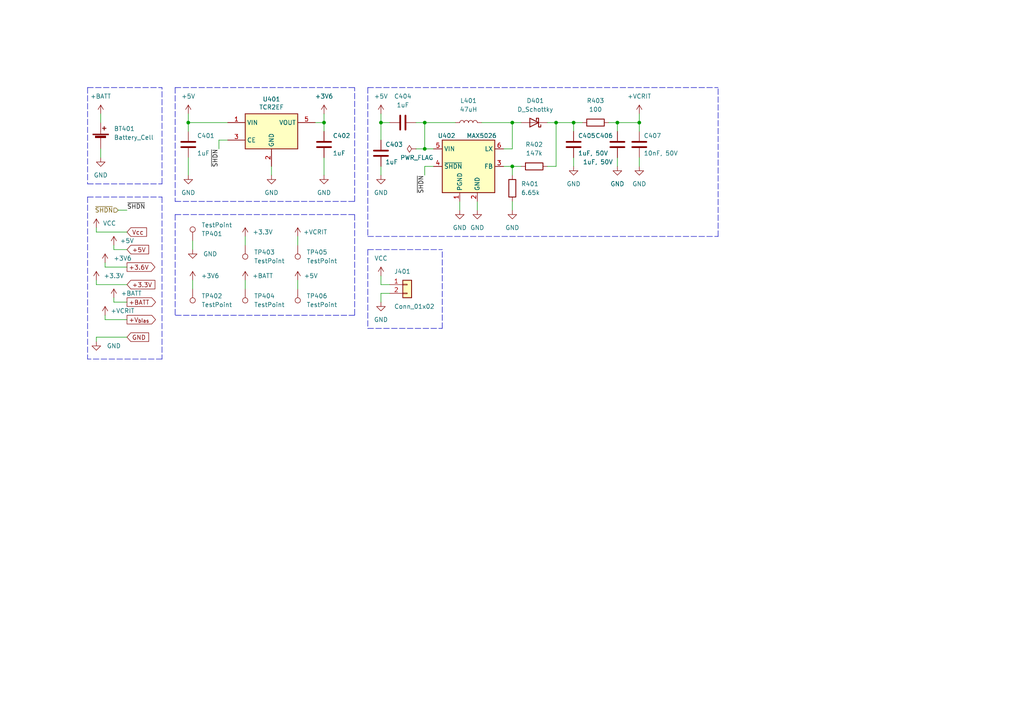
<source format=kicad_sch>
(kicad_sch (version 20211123) (generator eeschema)
  (paper "A4")
  (title_block (title "Power Circuitry") (date "2022-07-14") (rev "2.5") (comment 1 "The battery is only to be installed if no GPS module is present") (comment 2 "Vbias for the two SPiM diodes") (comment 3 "3.6V for operational amplifiers") (comment 4 "Manages power across the board"))
  (lib_symbols
    (symbol "Connector:TestPoint" (pin_numbers hide) (pin_names (offset 0.762) hide)
      (property "Reference" "TP" (at 0 6.858 0))
      (property "Value" "TestPoint" (at 0 5.08 0))
      (symbol "TestPoint_0_1"
        (circle (center 0 3.302) (radius 0.762))
      )
      (symbol "TestPoint_1_1"
        (pin passive line (at 0 0 90) (length 2.54) (name "1") (number "1"))
      )
    )
    (symbol "Connector_Generic:Conn_01x02" (pin_names (offset 1.016) hide)
      (property "Reference" "J" (at 0 2.54 0))
      (property "Value" "Conn_01x02" (at 0 -5.08 0))
      (symbol "Conn_01x02_1_1"
        (rectangle (start -1.27 -2.413) (end 0 -2.667) (stroke (width 0.1524)))
        (rectangle (start -1.27 0.127) (end 0 -0.127) (stroke (width 0.1524)))
        (rectangle (start -1.27 1.27) (end 1.27 -3.81) (stroke (width 0.254)) (fill (type background)))
        (pin passive line (at -5.08 0 0) (length 3.81) (name "Pin_1") (number "1"))
        (pin passive line (at -5.08 -2.54 0) (length 3.81) (name "Pin_2") (number "2"))
      )
    )
    (symbol "CosmicWatchPro:+3.6V" (power) (pin_names (offset 0))
      (property "Value" "+3.6V" (at 0 3.556 0))
      (symbol "+3.6V_0_1"
        (polyline (pts (xy -0.762 1.27) (xy 0 2.54)))
        (polyline (pts (xy 0 0) (xy 0 2.54)))
        (polyline (pts (xy 0 2.54) (xy 0.762 1.27)))
      )
      (symbol "+3.6V_1_1"
        (pin power_in line (at 0 0 90) (length 0) hide (name "+3V6") (number "1"))
      )
    )
    (symbol "CosmicWatchPro:+V_{bias}" (power) (pin_names (offset 0))
      (property "Value" "+V_{bias}" (at 0 3.556 0))
      (symbol "+V_{bias}_0_1"
        (polyline (pts (xy -0.762 1.27) (xy 0 2.54)))
        (polyline (pts (xy 0 0) (xy 0 2.54)))
        (polyline (pts (xy 0 2.54) (xy 0.762 1.27)))
      )
      (symbol "+V_{bias}_1_1"
        (pin power_in line (at 0 0 90) (length 0) hide (name "+VCRIT") (number "1"))
      )
    )
    (symbol "CosmicWatchPro:MAX5025"
      (property "Reference" "U" (at -7.62 8.89 0))
      (property "Value" "MAX5025" (at 7.62 8.89 0))
      (symbol "MAX5025_0_1"
        (rectangle (start -7.62 7.62) (end 7.62 -7.62) (stroke (width 0.254)) (fill (type background)))
      )
      (symbol "MAX5025_1_1"
        (pin power_in line (at -2.54 -10.16 90) (length 2.54) (name "PGND") (number "1"))
        (pin power_in line (at 2.54 -10.16 90) (length 2.54) (name "GND") (number "2"))
        (pin input line (at 10.16 0 180) (length 2.54) (name "FB") (number "3"))
        (pin input line (at -10.16 0 0) (length 2.54) (name "~{SHDN}") (number "4"))
        (pin power_in line (at -10.16 5.08 0) (length 2.54) (name "VIN") (number "5"))
        (pin output line (at 10.16 5.08 180) (length 2.54) (name "LX") (number "6"))
      )
    )
    (symbol "CosmicWatchPro:TCR2EF"
      (property "Reference" "U" (at 0 8.89 0))
      (property "Value" "TCR2EF" (at 0 6.35 0))
      (symbol "TCR2EF_0_1"
        (rectangle (start -7.62 5.08) (end 7.62 -5.08) (stroke (width 0.254)) (fill (type background)))
      )
      (symbol "TCR2EF_1_1"
        (pin power_in line (at -12.7 2.54 0) (length 5.08) (name "VIN") (number "1"))
        (pin power_in line (at 0 -10.16 90) (length 5.08) (name "GND") (number "2"))
        (pin input line (at -12.7 -2.54 0) (length 5.08) (name "CE") (number "3"))
        (pin no_connect line (at 7.62 -2.54 180) (length 5.08) hide (name "NC") (number "4"))
        (pin power_out line (at 12.7 2.54 180) (length 5.08) (name "VOUT") (number "5"))
      )
    )
    (symbol "Device:Battery_Cell" (pin_numbers hide) (pin_names (offset 0) hide)
      (property "Reference" "BT" (at 2.54 2.54 0))
      (property "Value" "Battery_Cell" (at 2.54 0 0))
      (symbol "Battery_Cell_0_1"
        (rectangle (start -2.286 1.778) (end 2.286 1.524) (fill (type outline)))
        (rectangle (start -1.5748 1.1938) (end 1.4732 0.6858) (fill (type outline)))
        (polyline (pts (xy 0 0.762) (xy 0 0)))
        (polyline (pts (xy 0 1.778) (xy 0 2.54)))
        (polyline (pts (xy 0.508 3.429) (xy 1.524 3.429)) (stroke (width 0.254)))
        (polyline (pts (xy 1.016 3.937) (xy 1.016 2.921)) (stroke (width 0.254)))
      )
      (symbol "Battery_Cell_1_1"
        (pin passive line (at 0 5.08 270) (length 2.54) (name "+") (number "1"))
        (pin passive line (at 0 -2.54 90) (length 2.54) (name "-") (number "2"))
      )
    )
    (symbol "Device:C" (pin_numbers hide) (pin_names (offset 0.254))
      (property "Reference" "C" (at 0.635 2.54 0))
      (property "Value" "C" (at 0.635 -2.54 0))
      (symbol "C_0_1"
        (polyline (pts (xy -2.032 -0.762) (xy 2.032 -0.762)) (stroke (width 0.508)))
        (polyline (pts (xy -2.032 0.762) (xy 2.032 0.762)) (stroke (width 0.508)))
      )
      (symbol "C_1_1"
        (pin passive line (at 0 3.81 270) (length 2.794) (name "~") (number "1"))
        (pin passive line (at 0 -3.81 90) (length 2.794) (name "~") (number "2"))
      )
    )
    (symbol "Device:D_Schottky" (pin_numbers hide) (pin_names (offset 1.016) hide)
      (property "Reference" "D" (at 0 2.54 0))
      (property "Value" "D_Schottky" (at 0 -2.54 0))
      (symbol "D_Schottky_0_1"
        (polyline (pts (xy 1.27 0) (xy -1.27 0)))
        (polyline (pts (xy 1.27 1.27) (xy 1.27 -1.27) (xy -1.27 0) (xy 1.27 1.27)) (stroke (width 0.254)))
        (polyline (pts (xy -1.905 0.635) (xy -1.905 1.27) (xy -1.27 1.27) (xy -1.27 -1.27) (xy -0.635 -1.27) (xy -0.635 -0.635)) (stroke (width 0.254)))
      )
      (symbol "D_Schottky_1_1"
        (pin passive line (at -3.81 0 0) (length 2.54) (name "K") (number "1"))
        (pin passive line (at 3.81 0 180) (length 2.54) (name "A") (number "2"))
      )
    )
    (symbol "Device:L" (pin_numbers hide) (pin_names (offset 1.016) hide)
      (property "Reference" "L" (at -1.27 0 90))
      (property "Value" "L" (at 1.905 0 90))
      (symbol "L_0_1"
        (arc (start 0 -2.54) (mid 0.635 -1.905) (end 0 -1.27))
        (arc (start 0 -1.27) (mid 0.635 -0.635) (end 0 0))
        (arc (start 0 0) (mid 0.635 0.635) (end 0 1.27))
        (arc (start 0 1.27) (mid 0.635 1.905) (end 0 2.54))
      )
      (symbol "L_1_1"
        (pin passive line (at 0 3.81 270) (length 1.27) (name "1") (number "1"))
        (pin passive line (at 0 -3.81 90) (length 1.27) (name "2") (number "2"))
      )
    )
    (symbol "Device:R" (pin_numbers hide) (pin_names (offset 0))
      (property "Reference" "R" (at 2.032 0 90))
      (property "Value" "R" (at 0 0 90))
      (symbol "R_0_1"
        (rectangle (start -1.016 -2.54) (end 1.016 2.54) (stroke (width 0.254)))
      )
      (symbol "R_1_1"
        (pin passive line (at 0 3.81 270) (length 1.27) (name "~") (number "1"))
        (pin passive line (at 0 -3.81 90) (length 1.27) (name "~") (number "2"))
      )
    )
    (symbol "power:+3.3V" (power) (pin_names (offset 0))
      (property "Value" "+3.3V" (at 0 3.556 0))
      (symbol "+3.3V_0_1"
        (polyline (pts (xy -0.762 1.27) (xy 0 2.54)))
        (polyline (pts (xy 0 0) (xy 0 2.54)))
        (polyline (pts (xy 0 2.54) (xy 0.762 1.27)))
      )
      (symbol "+3.3V_1_1"
        (pin power_in line (at 0 0 90) (length 0) hide (name "+3.3V") (number "1"))
      )
    )
    (symbol "power:+5V" (power) (pin_names (offset 0))
      (property "Value" "+5V" (at 0 3.556 0))
      (symbol "+5V_0_1"
        (polyline (pts (xy -0.762 1.27) (xy 0 2.54)))
        (polyline (pts (xy 0 0) (xy 0 2.54)))
        (polyline (pts (xy 0 2.54) (xy 0.762 1.27)))
      )
      (symbol "+5V_1_1"
        (pin power_in line (at 0 0 90) (length 0) hide (name "+5V") (number "1"))
      )
    )
    (symbol "power:+BATT" (power) (pin_names (offset 0))
      (property "Value" "+BATT" (at 0 3.556 0))
      (symbol "+BATT_0_1"
        (polyline (pts (xy -0.762 1.27) (xy 0 2.54)))
        (polyline (pts (xy 0 0) (xy 0 2.54)))
        (polyline (pts (xy 0 2.54) (xy 0.762 1.27)))
      )
      (symbol "+BATT_1_1"
        (pin power_in line (at 0 0 90) (length 0) hide (name "+BATT") (number "1"))
      )
    )
    (symbol "power:GND" (power) (pin_names (offset 0))
      (property "Value" "GND" (at 0 -3.81 0))
      (symbol "GND_0_1"
        (polyline (pts (xy 0 0) (xy 0 -1.27) (xy 1.27 -1.27) (xy 0 -2.54) (xy -1.27 -1.27) (xy 0 -1.27)))
      )
      (symbol "GND_1_1"
        (pin power_in line (at 0 0 270) (length 0) hide (name "GND") (number "1"))
      )
    )
    (symbol "power:PWR_FLAG" (power) (pin_numbers hide) (pin_names (offset 0) hide)
      (property "Value" "PWR_FLAG" (at 0 3.81 0))
      (symbol "PWR_FLAG_0_0"
        (pin power_out line (at 0 0 90) (length 0) (name "pwr") (number "1"))
      )
      (symbol "PWR_FLAG_0_1"
        (polyline (pts (xy 0 0) (xy 0 1.27) (xy -1.016 1.905) (xy 0 2.54) (xy 1.016 1.905) (xy 0 1.27)))
      )
    )
    (symbol "power:VCC" (power) (pin_names (offset 0))
      (property "Value" "VCC" (at 0 3.81 0))
      (symbol "VCC_0_1"
        (polyline (pts (xy -0.762 1.27) (xy 0 2.54)))
        (polyline (pts (xy 0 0) (xy 0 2.54)))
        (polyline (pts (xy 0 2.54) (xy 0.762 1.27)))
      )
      (symbol "VCC_1_1"
        (pin power_in line (at 0 0 90) (length 0) hide (name "VCC") (number "1"))
      )
    )
  )
  (junction (at 123.19 43.18))
  (junction (at 110.49 35.56))
  (junction (at 123.19 35.56))
  (junction (at 148.59 35.56))
  (junction (at 93.98 35.56))
  (junction (at 179.07 35.56))
  (junction (at 161.29 35.56))
  (junction (at 185.42 35.56))
  (junction (at 54.61 35.56))
  (junction (at 166.37 35.56))
  (junction (at 148.59 48.26))
  (wire (pts (xy 110.49 80.01) (xy 110.49 82.55)))
  (wire (pts (xy 179.07 35.56) (xy 179.07 38.1)))
  (wire (pts (xy 123.19 50.8) (xy 123.19 48.26)))
  (wire (pts (xy 158.75 35.56) (xy 161.29 35.56)))
  (wire (pts (xy 30.48 76.2) (xy 30.48 77.47)))
  (wire (pts (xy 34.29 60.96) (xy 36.83 60.96)))
  (polyline (pts (xy 102.87 62.23) (xy 102.87 91.44)))
  (wire (pts (xy 27.94 97.79) (xy 36.83 97.79)))
  (polyline (pts (xy 50.8 25.4) (xy 50.8 58.42)))
  (wire (pts (xy 161.29 35.56) (xy 161.29 48.26)))
  (polyline (pts (xy 25.4 57.15) (xy 25.4 104.14)))
  (wire (pts (xy 123.19 35.56) (xy 123.19 43.18)))
  (wire (pts (xy 78.74 48.26) (xy 78.74 50.8)))
  (wire (pts (xy 179.07 45.72) (xy 179.07 48.26)))
  (wire (pts (xy 30.48 77.47) (xy 36.83 77.47)))
  (wire (pts (xy 54.61 45.72) (xy 54.61 50.8)))
  (wire (pts (xy 148.59 48.26) (xy 148.59 50.8)))
  (wire (pts (xy 93.98 45.72) (xy 93.98 50.8)))
  (wire (pts (xy 146.05 48.26) (xy 148.59 48.26)))
  (wire (pts (xy 179.07 35.56) (xy 185.42 35.56)))
  (wire (pts (xy 54.61 35.56) (xy 66.04 35.56)))
  (wire (pts (xy 71.12 68.58) (xy 71.12 71.12)))
  (polyline (pts (xy 106.68 25.4) (xy 208.28 25.4)))
  (wire (pts (xy 176.53 35.56) (xy 179.07 35.56)))
  (polyline (pts (xy 50.8 62.23) (xy 102.87 62.23)))
  (wire (pts (xy 133.35 58.42) (xy 133.35 60.96)))
  (wire (pts (xy 123.19 48.26) (xy 125.73 48.26)))
  (wire (pts (xy 36.83 82.55) (xy 27.94 82.55)))
  (wire (pts (xy 55.88 72.39) (xy 55.88 69.85)))
  (wire (pts (xy 185.42 35.56) (xy 185.42 38.1)))
  (wire (pts (xy 54.61 35.56) (xy 54.61 38.1)))
  (polyline (pts (xy 102.87 58.42) (xy 102.87 25.4)))
  (wire (pts (xy 93.98 33.02) (xy 93.98 35.56)))
  (wire (pts (xy 161.29 48.26) (xy 158.75 48.26)))
  (polyline (pts (xy 106.68 68.58) (xy 208.28 68.58)))
  (polyline (pts (xy 50.8 58.42) (xy 102.87 58.42)))
  (wire (pts (xy 33.02 87.63) (xy 36.83 87.63)))
  (wire (pts (xy 55.88 81.28) (xy 55.88 83.82)))
  (polyline (pts (xy 50.8 25.4) (xy 102.87 25.4)))
  (wire (pts (xy 166.37 35.56) (xy 168.91 35.56)))
  (wire (pts (xy 54.61 33.02) (xy 54.61 35.56)))
  (polyline (pts (xy 106.68 25.4) (xy 106.68 68.58)))
  (wire (pts (xy 33.02 71.12) (xy 33.02 72.39)))
  (wire (pts (xy 30.48 92.71) (xy 30.48 91.44)))
  (polyline (pts (xy 25.4 25.4) (xy 46.99 25.4)))
  (polyline (pts (xy 106.68 72.39) (xy 106.68 95.25)))
  (polyline (pts (xy 106.68 95.25) (xy 128.27 95.25)))
  (wire (pts (xy 36.83 92.71) (xy 30.48 92.71)))
  (wire (pts (xy 63.5 40.64) (xy 66.04 40.64)))
  (polyline (pts (xy 50.8 62.23) (xy 50.8 91.44)))
  (wire (pts (xy 33.02 86.36) (xy 33.02 87.63)))
  (wire (pts (xy 110.49 35.56) (xy 113.03 35.56)))
  (polyline (pts (xy 25.4 53.34) (xy 46.99 53.34)))
  (wire (pts (xy 148.59 35.56) (xy 151.13 35.56)))
  (polyline (pts (xy 46.99 104.14) (xy 25.4 104.14)))
  (polyline (pts (xy 25.4 57.15) (xy 46.99 57.15)))
  (wire (pts (xy 29.21 43.18) (xy 29.21 45.72)))
  (polyline (pts (xy 208.28 68.58) (xy 208.28 25.4)))
  (wire (pts (xy 185.42 33.02) (xy 185.42 35.56)))
  (wire (pts (xy 148.59 43.18) (xy 146.05 43.18)))
  (wire (pts (xy 110.49 48.26) (xy 110.49 50.8)))
  (wire (pts (xy 166.37 35.56) (xy 166.37 38.1)))
  (polyline (pts (xy 46.99 53.34) (xy 46.99 25.4)))
  (wire (pts (xy 86.36 68.58) (xy 86.36 71.12)))
  (wire (pts (xy 148.59 58.42) (xy 148.59 60.96)))
  (wire (pts (xy 110.49 85.09) (xy 110.49 87.63)))
  (polyline (pts (xy 102.87 91.44) (xy 50.8 91.44)))
  (wire (pts (xy 71.12 81.28) (xy 71.12 83.82)))
  (wire (pts (xy 91.44 35.56) (xy 93.98 35.56)))
  (wire (pts (xy 110.49 85.09) (xy 113.03 85.09)))
  (polyline (pts (xy 128.27 95.25) (xy 128.27 72.39)))
  (wire (pts (xy 123.19 43.18) (xy 125.73 43.18)))
  (wire (pts (xy 161.29 35.56) (xy 166.37 35.56)))
  (wire (pts (xy 86.36 81.28) (xy 86.36 83.82)))
  (polyline (pts (xy 25.4 25.4) (xy 25.4 53.34)))
  (wire (pts (xy 93.98 35.56) (xy 93.98 38.1)))
  (wire (pts (xy 110.49 82.55) (xy 113.03 82.55)))
  (wire (pts (xy 148.59 48.26) (xy 151.13 48.26)))
  (polyline (pts (xy 46.99 57.15) (xy 46.99 104.14)))
  (wire (pts (xy 63.5 43.18) (xy 63.5 40.64)))
  (wire (pts (xy 27.94 82.55) (xy 27.94 81.28)))
  (wire (pts (xy 123.19 35.56) (xy 132.08 35.56)))
  (wire (pts (xy 29.21 33.02) (xy 29.21 35.56)))
  (wire (pts (xy 120.65 43.18) (xy 123.19 43.18)))
  (wire (pts (xy 110.49 33.02) (xy 110.49 35.56)))
  (wire (pts (xy 27.94 99.06) (xy 27.94 97.79)))
  (wire (pts (xy 185.42 45.72) (xy 185.42 48.26)))
  (wire (pts (xy 33.02 72.39) (xy 36.83 72.39)))
  (wire (pts (xy 120.65 35.56) (xy 123.19 35.56)))
  (wire (pts (xy 139.7 35.56) (xy 148.59 35.56)))
  (wire (pts (xy 166.37 45.72) (xy 166.37 48.26)))
  (wire (pts (xy 148.59 35.56) (xy 148.59 43.18)))
  (polyline (pts (xy 106.68 72.39) (xy 128.27 72.39)))
  (wire (pts (xy 138.43 58.42) (xy 138.43 60.96)))
  (wire (pts (xy 27.94 67.31) (xy 27.94 66.04)))
  (wire (pts (xy 36.83 67.31) (xy 27.94 67.31)))
  (wire (pts (xy 110.49 35.56) (xy 110.49 40.64)))
  (label "~{SHDN}" (at 123.19 50.8 270))
  (label "~{SHDN}" (at 63.5 43.18 270))
  (label "~{SHDN}" (at 36.83 60.96 0))
  (global_label "+BATT" (shape output) (at 36.83 87.63 0) (property "Intersheet References" "${INTERSHEET_REFS}" (effects hide)))
  (global_label "Vcc" (shape input) (at 36.83 67.31 0) (property "Intersheet References" "${INTERSHEET_REFS}" (effects hide)))
  (global_label "+V_{bias}" (shape output) (at 36.83 92.71 0) (property "Intersheet References" "${INTERSHEET_REFS}" (effects hide)))
  (global_label "+3.3V" (shape input) (at 36.83 82.55 0) (property "Intersheet References" "${INTERSHEET_REFS}" (effects hide)))
  (global_label "GND" (shape input) (at 36.83 97.79 0) (property "Intersheet References" "${INTERSHEET_REFS}" (effects hide)))
  (global_label "+3.6V" (shape output) (at 36.83 77.47 0) (property "Intersheet References" "${INTERSHEET_REFS}" (effects hide)))
  (global_label "+5V" (shape input) (at 36.83 72.39 0) (property "Intersheet References" "${INTERSHEET_REFS}" (effects hide)))
  (hierarchical_label "~{SHDN}" (shape input) (at 34.29 60.96 180))
  (symbol (lib_id "Device:R") (at 172.72 35.56 90) (unit 1)
    (property "Reference" "R403" (at 172.72 29.21 90))
    (property "Value" "100" (at 172.72 31.75 90))
    (property "Footprint" "Resistor_SMD:R_0805_2012Metric_Pad1.20x1.40mm_HandSolder" (effects hide))
    (property "LCSC" "C17408" (effects hide))
  )
  (symbol (lib_id "Device:C") (at 93.98 41.91 0) (unit 1)
    (property "Reference" "C402" (at 96.52 39.37 0) (effects (justify left)))
    (property "Value" "1uF" (at 96.52 44.45 0) (effects (justify left)))
    (property "Footprint" "Capacitor_SMD:C_0805_2012Metric_Pad1.18x1.45mm_HandSolder" (effects hide))
    (property "LCSC" "C89190" (effects hide))
  )
  (symbol (lib_id "power:GND") (at 55.88 72.39 0) (unit 1)
    (property "Reference" "#PWR0411" (effects hide))
    (property "Value" "GND" (at 60.96 73.66 0))
  )
  (symbol (lib_id "power:VCC") (at 27.94 66.04 0) (unit 1)
    (property "Reference" "#PWR0429" (effects hide))
    (property "Value" "VCC" (at 31.75 64.77 0))
  )
  (symbol (lib_id "Connector:TestPoint") (at 55.88 83.82 180) (unit 1)
    (property "Reference" "TP402" (at 58.42 85.8519 0) (effects (justify right)))
    (property "Value" "TestPoint" (at 58.42 88.3919 0) (effects (justify right)))
    (property "Footprint" "TestPoint:TestPoint_Pad_D2.0mm" (effects hide))
  )
  (symbol (lib_id "power:GND") (at 27.94 99.06 0) (unit 1)
    (property "Reference" "#PWR0402" (effects hide))
    (property "Value" "GND" (at 33.02 100.33 0))
  )
  (symbol (lib_id "CosmicWatchPro:+3.6V") (at 55.88 81.28 0) (unit 1)
    (property "Reference" "#PWR0412" (effects hide))
    (property "Value" "+3.6V" (at 60.96 80.01 0))
  )
  (symbol (lib_id "CosmicWatchPro:+V_{bias}") (at 86.36 68.58 0) (unit 1)
    (property "Reference" "#PWR0416" (effects hide))
    (property "Value" "+V_{bias}" (at 91.44 67.31 0))
  )
  (symbol (lib_id "Device:C") (at 166.37 41.91 0) (unit 1)
    (property "Reference" "C405" (at 167.64 39.37 0) (effects (justify left)))
    (property "Value" "1uF, 50V" (at 167.64 44.45 0) (effects (justify left)))
    (property "Footprint" "Capacitor_SMD:C_0805_2012Metric_Pad1.18x1.45mm_HandSolder" (effects hide))
    (property "LCSC" "C111768" (effects hide))
  )
  (symbol (lib_id "Device:C") (at 116.84 35.56 90) (unit 1)
    (property "Reference" "C404" (at 116.84 27.94 90))
    (property "Value" "1uF" (at 116.84 30.48 90))
    (property "Footprint" "Capacitor_SMD:C_0805_2012Metric_Pad1.18x1.45mm_HandSolder" (effects hide))
    (property "LCSC" "C89190" (effects hide))
  )
  (symbol (lib_id "power:+BATT") (at 71.12 81.28 0) (unit 1)
    (property "Reference" "#PWR0414" (effects hide))
    (property "Value" "+BATT" (at 76.2 80.01 0))
  )
  (symbol (lib_id "power:GND") (at 78.74 50.8 0) (unit 1)
    (property "Reference" "#PWR0415" (effects hide))
    (property "Value" "GND" (at 78.74 55.88 0))
  )
  (symbol (lib_id "CosmicWatchPro:MAX5025") (at 135.89 48.26 0) (unit 1)
    (property "Reference" "U402" (at 129.54 39.37 0))
    (property "Value" "MAX5026" (at 139.7 39.37 0))
    (property "Footprint" "Package_TO_SOT_SMD:TSOT-23-6_HandSoldering" (effects hide))
    (property "Datasheet" "https://datasheets.maximintegrated.com/en/ds/MAX5025-MAX5028.pdf" (effects hide))
    (property "LCSC" "C87603" (effects hide))
  )
  (symbol (lib_id "Device:C") (at 179.07 41.91 0) (mirror y) (unit 1)
    (property "Reference" "C406" (at 177.8 39.37 0) (effects (justify left)))
    (property "Value" "1uF, 50V" (at 177.8 46.99 0) (effects (justify left)))
    (property "Footprint" "Capacitor_SMD:C_0805_2012Metric_Pad1.18x1.45mm_HandSolder" (effects hide))
    (property "LCSC" "C111768" (effects hide))
  )
  (symbol (lib_id "power:GND") (at 179.07 48.26 0) (unit 1)
    (property "Reference" "#PWR0426" (effects hide))
    (property "Value" "GND" (at 179.07 53.34 0))
  )
  (symbol (lib_id "power:GND") (at 138.43 60.96 0) (unit 1)
    (property "Reference" "#PWR0423" (effects hide))
    (property "Value" "GND" (at 138.43 66.04 0))
  )
  (symbol (lib_id "Connector:TestPoint") (at 86.36 71.12 180) (unit 1)
    (property "Reference" "TP405" (at 88.9 73.1519 0) (effects (justify right)))
    (property "Value" "TestPoint" (at 88.9 75.6919 0) (effects (justify right)))
    (property "Footprint" "TestPoint:TestPoint_Pad_D2.0mm" (effects hide))
  )
  (symbol (lib_id "Device:R") (at 148.59 54.61 180) (unit 1)
    (property "Reference" "R401" (at 151.13 53.3399 0) (effects (justify right)))
    (property "Value" "6.65k" (at 151.13 55.8799 0) (effects (justify right)))
    (property "Footprint" "Resistor_SMD:R_0805_2012Metric_Pad1.20x1.40mm_HandSolder" (effects hide))
    (property "LCSC" "C17770" (effects hide))
  )
  (symbol (lib_id "power:GND") (at 110.49 87.63 0) (unit 1)
    (property "Reference" "#PWR0431" (effects hide))
    (property "Value" "GND" (at 110.49 92.71 0))
  )
  (symbol (lib_id "power:+BATT") (at 33.02 86.36 0) (unit 1)
    (property "Reference" "#PWR0408" (effects hide))
    (property "Value" "+BATT" (at 38.1 85.09 0))
  )
  (symbol (lib_id "power:GND") (at 133.35 60.96 0) (unit 1)
    (property "Reference" "#PWR0422" (effects hide))
    (property "Value" "GND" (at 133.35 66.04 0))
  )
  (symbol (lib_id "power:GND") (at 54.61 50.8 0) (unit 1)
    (property "Reference" "#PWR0410" (effects hide))
    (property "Value" "GND" (at 54.61 55.88 0))
  )
  (symbol (lib_id "power:GND") (at 110.49 50.8 0) (unit 1)
    (property "Reference" "#PWR0421" (effects hide))
    (property "Value" "GND" (at 110.49 55.88 0))
  )
  (symbol (lib_id "CosmicWatchPro:+V_{bias}") (at 30.48 91.44 0) (unit 1)
    (property "Reference" "#PWR0406" (effects hide))
    (property "Value" "+V_{bias}" (at 35.56 90.17 0))
  )
  (symbol (lib_id "Device:R") (at 154.94 48.26 90) (unit 1)
    (property "Reference" "R402" (at 154.94 41.91 90))
    (property "Value" "147k" (at 154.94 44.45 90))
    (property "Footprint" "Resistor_SMD:R_0805_2012Metric_Pad1.20x1.40mm_HandSolder" (effects hide))
    (property "LCSC" "C17462" (effects hide))
  )
  (symbol (lib_id "Device:C") (at 54.61 41.91 0) (unit 1)
    (property "Reference" "C401" (at 57.15 39.37 0) (effects (justify left)))
    (property "Value" "1uF" (at 57.15 44.45 0) (effects (justify left)))
    (property "Footprint" "Capacitor_SMD:C_0805_2012Metric_Pad1.18x1.45mm_HandSolder" (effects hide))
    (property "LCSC" "C89190" (effects hide))
  )
  (symbol (lib_id "Connector:TestPoint") (at 71.12 83.82 180) (unit 1)
    (property "Reference" "TP404" (at 73.66 85.8519 0) (effects (justify right)))
    (property "Value" "TestPoint" (at 73.66 88.3919 0) (effects (justify right)))
    (property "Footprint" "TestPoint:TestPoint_Pad_D2.0mm" (effects hide))
  )
  (symbol (lib_id "power:GND") (at 166.37 48.26 0) (unit 1)
    (property "Reference" "#PWR0425" (effects hide))
    (property "Value" "GND" (at 166.37 53.34 0))
  )
  (symbol (lib_id "power:VCC") (at 110.49 80.01 0) (unit 1)
    (property "Reference" "#PWR0430" (effects hide))
    (property "Value" "VCC" (at 110.49 74.93 0))
  )
  (symbol (lib_id "Connector:TestPoint") (at 71.12 71.12 180) (unit 1)
    (property "Reference" "TP403" (at 73.66 73.1519 0) (effects (justify right)))
    (property "Value" "TestPoint" (at 73.66 75.6919 0) (effects (justify right)))
    (property "Footprint" "TestPoint:TestPoint_Pad_D2.0mm" (effects hide))
  )
  (symbol (lib_id "CosmicWatchPro:TCR2EF") (at 78.74 38.1 0) (unit 1)
    (property "Reference" "U401" (at 78.74 28.7782 0))
    (property "Value" "TCR2EF" (at 78.74 31.0896 0))
    (property "Footprint" "Package_TO_SOT_SMD:SOT-23-5_HandSoldering" (effects hide))
    (property "Datasheet" "https://www.torexsemi.com/file/xc6220/XC6220.pdf" (effects hide))
  )
  (symbol (lib_id "power:GND") (at 29.21 45.72 0) (unit 1)
    (property "Reference" "#PWR0404" (effects hide))
    (property "Value" "GND" (at 29.21 50.8 0))
  )
  (symbol (lib_id "power:+5V") (at 110.49 33.02 0) (unit 1)
    (property "Reference" "#PWR0420" (effects hide))
    (property "Value" "+5V" (at 110.49 27.94 0))
  )
  (symbol (lib_id "power:GND") (at 93.98 50.8 0) (unit 1)
    (property "Reference" "#PWR0419" (effects hide))
    (property "Value" "GND" (at 93.98 55.88 0))
  )
  (symbol (lib_id "Connector:TestPoint") (at 55.88 69.85 0) (mirror y) (unit 1)
    (property "Reference" "TP401" (at 58.42 67.8181 0) (effects (justify right)))
    (property "Value" "TestPoint" (at 58.42 65.2781 0) (effects (justify right)))
    (property "Footprint" "TestPoint:TestPoint_Pad_3.0x3.0mm" (effects hide))
  )
  (symbol (lib_id "Connector:TestPoint") (at 86.36 83.82 180) (unit 1)
    (property "Reference" "TP406" (at 88.9 85.8519 0) (effects (justify right)))
    (property "Value" "TestPoint" (at 88.9 88.3919 0) (effects (justify right)))
    (property "Footprint" "TestPoint:TestPoint_Pad_D2.0mm" (effects hide))
  )
  (symbol (lib_id "Device:C") (at 110.49 44.45 0) (unit 1)
    (property "Reference" "C403" (at 111.76 41.91 0) (effects (justify left)))
    (property "Value" "1uF" (at 111.76 46.99 0) (effects (justify left)))
    (property "Footprint" "Capacitor_SMD:C_0805_2012Metric_Pad1.18x1.45mm_HandSolder" (effects hide))
    (property "LCSC" "C89190" (effects hide))
  )
  (symbol (lib_id "power:+3.3V") (at 71.12 68.58 0) (unit 1)
    (property "Reference" "#PWR0413" (effects hide))
    (property "Value" "+3.3V" (at 76.2 67.31 0))
  )
  (symbol (lib_id "power:+5V") (at 54.61 33.02 0) (unit 1)
    (property "Reference" "#PWR0409" (effects hide))
    (property "Value" "+5V" (at 54.61 27.94 0))
  )
  (symbol (lib_id "Device:L") (at 135.89 35.56 90) (unit 1)
    (property "Reference" "L401" (at 135.89 29.21 90))
    (property "Value" "47uH" (at 135.89 31.75 90))
    (property "Footprint" "Inductor_SMD:L_1210_3225Metric_Pad1.42x2.65mm_HandSolder" (effects hide))
    (property "LCSC" "C113070" (effects hide))
  )
  (symbol (lib_id "power:GND") (at 185.42 48.26 0) (unit 1)
    (property "Reference" "#PWR0428" (effects hide))
    (property "Value" "GND" (at 185.42 53.34 0))
  )
  (symbol (lib_id "Device:D_Schottky") (at 154.94 35.56 180) (unit 1)
    (property "Reference" "D401" (at 155.2575 29.21 0))
    (property "Value" "D_Schottky" (at 155.2575 31.75 0))
    (property "Footprint" "Diode_SMD:D_SOD-123" (effects hide))
    (property "LCSC" "C1884550" (effects hide))
  )
  (symbol (lib_id "power:+3.3V") (at 27.94 81.28 0) (unit 1)
    (property "Reference" "#PWR0401" (effects hide))
    (property "Value" "+3.3V" (at 33.02 80.01 0))
  )
  (symbol (lib_id "power:+BATT") (at 29.21 33.02 0) (unit 1)
    (property "Reference" "#PWR0403" (effects hide))
    (property "Value" "+BATT" (at 29.21 27.94 0))
  )
  (symbol (lib_id "CosmicWatchPro:+V_{bias}") (at 185.42 33.02 0) (unit 1)
    (property "Reference" "#PWR0427" (effects hide))
    (property "Value" "+V_{bias}" (at 185.42 27.94 0))
  )
  (symbol (lib_id "power:PWR_FLAG") (at 120.65 43.18 90) (unit 1)
    (property "Reference" "#FLG0401" (effects hide))
    (property "Value" "PWR_FLAG" (at 125.73 45.72 90) (effects (justify left)))
  )
  (symbol (lib_id "power:GND") (at 148.59 60.96 0) (unit 1)
    (property "Reference" "#PWR0424" (effects hide))
    (property "Value" "GND" (at 148.59 66.04 0))
  )
  (symbol (lib_id "CosmicWatchPro:+3.6V") (at 93.98 33.02 0) (unit 1)
    (property "Reference" "#PWR0418" (effects hide))
    (property "Value" "+3.6V" (at 93.98 27.94 0))
  )
  (symbol (lib_id "power:+5V") (at 33.02 71.12 0) (unit 1)
    (property "Reference" "#PWR0407" (effects hide))
    (property "Value" "+5V" (at 36.83 69.85 0))
  )
  (symbol (lib_id "Device:Battery_Cell") (at 29.21 40.64 0) (unit 1)
    (property "Reference" "BT401" (at 33.02 37.3379 0) (effects (justify left)))
    (property "Value" "Battery_Cell" (at 33.02 39.8779 0) (effects (justify left)))
    (property "Footprint" "Connector_Molex:Molex_PicoBlade_53047-0210_1x02_P1.25mm_Vertical" (effects hide))
    (property "LCSC" "C518987" (effects hide))
  )
  (symbol (lib_id "power:+5V") (at 86.36 81.28 0) (unit 1)
    (property "Reference" "#PWR0417" (effects hide))
    (property "Value" "+5V" (at 90.17 80.01 0))
  )
  (symbol (lib_id "Connector_Generic:Conn_01x02") (at 118.11 82.55 0) (unit 1)
    (property "Reference" "J401" (at 114.3 78.74 0) (effects (justify left)))
    (property "Value" "Conn_01x02" (at 114.3 88.9 0) (effects (justify left)))
    (property "Footprint" "Connector_JST:JST_PH_B2B-PH-K_1x02_P2.00mm_Vertical" (effects hide))
    (property "LCSC" "C225240" (effects hide))
  )
  (symbol (lib_id "Device:C") (at 185.42 41.91 0) (unit 1)
    (property "Reference" "C407" (at 186.69 39.37 0) (effects (justify left)))
    (property "Value" "10nF, 50V" (at 186.69 44.45 0) (effects (justify left)))
    (property "Footprint" "Capacitor_SMD:C_0805_2012Metric_Pad1.18x1.45mm_HandSolder" (effects hide))
    (property "LCSC" "C83170" (effects hide))
  )
  (symbol (lib_id "CosmicWatchPro:+3.6V") (at 30.48 76.2 0) (unit 1)
    (property "Reference" "#PWR0405" (effects hide))
    (property "Value" "+3.6V" (at 35.56 74.93 0))
  )
)
</source>
